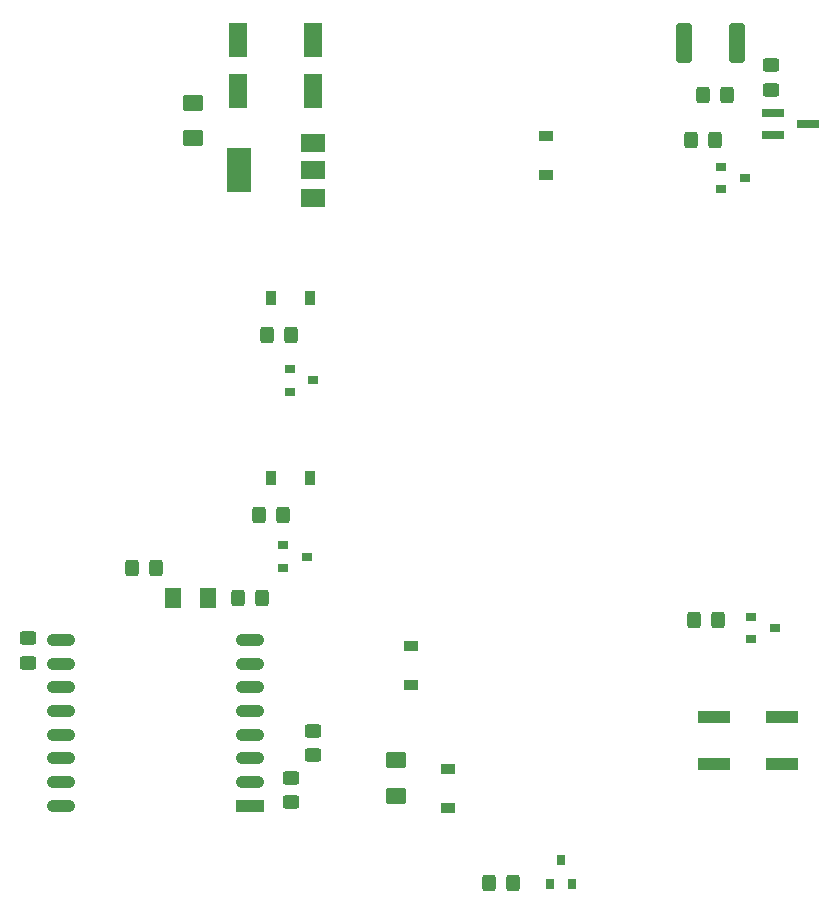
<source format=gbr>
%TF.GenerationSoftware,KiCad,Pcbnew,6.0.4-6f826c9f35~116~ubuntu22.04.1*%
%TF.CreationDate,2022-04-22T21:12:32+02:00*%
%TF.ProjectId,BRAMA,4252414d-412e-46b6-9963-61645f706362,rev?*%
%TF.SameCoordinates,Original*%
%TF.FileFunction,Paste,Top*%
%TF.FilePolarity,Positive*%
%FSLAX46Y46*%
G04 Gerber Fmt 4.6, Leading zero omitted, Abs format (unit mm)*
G04 Created by KiCad (PCBNEW 6.0.4-6f826c9f35~116~ubuntu22.04.1) date 2022-04-22 21:12:32*
%MOMM*%
%LPD*%
G01*
G04 APERTURE LIST*
G04 Aperture macros list*
%AMRoundRect*
0 Rectangle with rounded corners*
0 $1 Rounding radius*
0 $2 $3 $4 $5 $6 $7 $8 $9 X,Y pos of 4 corners*
0 Add a 4 corners polygon primitive as box body*
4,1,4,$2,$3,$4,$5,$6,$7,$8,$9,$2,$3,0*
0 Add four circle primitives for the rounded corners*
1,1,$1+$1,$2,$3*
1,1,$1+$1,$4,$5*
1,1,$1+$1,$6,$7*
1,1,$1+$1,$8,$9*
0 Add four rect primitives between the rounded corners*
20,1,$1+$1,$2,$3,$4,$5,0*
20,1,$1+$1,$4,$5,$6,$7,0*
20,1,$1+$1,$6,$7,$8,$9,0*
20,1,$1+$1,$8,$9,$2,$3,0*%
G04 Aperture macros list end*
%ADD10RoundRect,0.250000X-0.325000X-0.450000X0.325000X-0.450000X0.325000X0.450000X-0.325000X0.450000X0*%
%ADD11RoundRect,0.250000X-0.450000X0.325000X-0.450000X-0.325000X0.450000X-0.325000X0.450000X0.325000X0*%
%ADD12R,1.900000X0.800000*%
%ADD13RoundRect,0.250001X-0.624999X0.462499X-0.624999X-0.462499X0.624999X-0.462499X0.624999X0.462499X0*%
%ADD14R,0.900000X0.800000*%
%ADD15RoundRect,0.250000X-0.400000X-1.450000X0.400000X-1.450000X0.400000X1.450000X-0.400000X1.450000X0*%
%ADD16RoundRect,0.250000X0.325000X0.450000X-0.325000X0.450000X-0.325000X-0.450000X0.325000X-0.450000X0*%
%ADD17R,2.750000X1.000000*%
%ADD18R,2.000000X1.500000*%
%ADD19R,2.000000X3.800000*%
%ADD20R,2.400000X1.100000*%
%ADD21O,2.400000X1.100000*%
%ADD22R,1.600000X3.000000*%
%ADD23R,1.200000X0.900000*%
%ADD24RoundRect,0.250000X0.450000X-0.325000X0.450000X0.325000X-0.450000X0.325000X-0.450000X-0.325000X0*%
%ADD25RoundRect,0.250001X0.462499X0.624999X-0.462499X0.624999X-0.462499X-0.624999X0.462499X-0.624999X0*%
%ADD26R,0.900000X1.200000*%
%ADD27R,0.800000X0.900000*%
%ADD28RoundRect,0.250001X0.624999X-0.462499X0.624999X0.462499X-0.624999X0.462499X-0.624999X-0.462499X0*%
G04 APERTURE END LIST*
D10*
%TO.C,R8*%
X207255000Y-65405000D03*
X209305000Y-65405000D03*
%TD*%
D11*
%TO.C,R2*%
X173355000Y-119380000D03*
X173355000Y-121430000D03*
%TD*%
D12*
%TO.C,Q2*%
X214146000Y-63058000D03*
X214146000Y-64958000D03*
X217146000Y-64008000D03*
%TD*%
D13*
%TO.C,C2*%
X182245000Y-117892500D03*
X182245000Y-120867500D03*
%TD*%
D14*
%TO.C,Q5*%
X172720000Y-99695000D03*
X172720000Y-101595000D03*
X174720000Y-100645000D03*
%TD*%
%TO.C,Q3*%
X209820000Y-67630000D03*
X209820000Y-69530000D03*
X211820000Y-68580000D03*
%TD*%
D15*
%TO.C,F2*%
X206690000Y-57150000D03*
X211140000Y-57150000D03*
%TD*%
D14*
%TO.C,Q4*%
X173260000Y-84775000D03*
X173260000Y-86675000D03*
X175260000Y-85725000D03*
%TD*%
D16*
%TO.C,R1*%
X170960000Y-104140000D03*
X168910000Y-104140000D03*
%TD*%
D17*
%TO.C,SW1*%
X209210000Y-114205000D03*
X214970000Y-114205000D03*
X209210000Y-118205000D03*
X214970000Y-118205000D03*
%TD*%
D18*
%TO.C,U2*%
X175235000Y-70245000D03*
X175235000Y-67945000D03*
D19*
X168935000Y-67945000D03*
D18*
X175235000Y-65645000D03*
%TD*%
D10*
%TO.C,R3*%
X190110000Y-128270000D03*
X192160000Y-128270000D03*
%TD*%
D20*
%TO.C,U1*%
X169925000Y-121710000D03*
D21*
X169925000Y-119710000D03*
X169925000Y-117710000D03*
X169925000Y-115710000D03*
X169925000Y-113710000D03*
X169925000Y-111710000D03*
X169925000Y-109710000D03*
X169925000Y-107710000D03*
X153925000Y-107710000D03*
X153925000Y-109710000D03*
X153925000Y-111710000D03*
X153925000Y-113710000D03*
X153925000Y-115710000D03*
X153925000Y-117710000D03*
X153925000Y-119710000D03*
X153925000Y-121710000D03*
%TD*%
D22*
%TO.C,C4*%
X168910000Y-61255000D03*
X168910000Y-56855000D03*
%TD*%
D11*
%TO.C,R12*%
X213995000Y-59055000D03*
X213995000Y-61105000D03*
%TD*%
D23*
%TO.C,D5*%
X194945000Y-68325000D03*
X194945000Y-65025000D03*
%TD*%
D24*
%TO.C,R5*%
X151130000Y-109610000D03*
X151130000Y-107560000D03*
%TD*%
D25*
%TO.C,C1*%
X166370000Y-104140000D03*
X163395000Y-104140000D03*
%TD*%
D11*
%TO.C,R6*%
X175260000Y-115425000D03*
X175260000Y-117475000D03*
%TD*%
D10*
%TO.C,R9*%
X171305000Y-81915000D03*
X173355000Y-81915000D03*
%TD*%
%TO.C,R10*%
X170670000Y-97155000D03*
X172720000Y-97155000D03*
%TD*%
%TO.C,R11*%
X207500000Y-106045000D03*
X209550000Y-106045000D03*
%TD*%
D26*
%TO.C,D3*%
X171705000Y-93980000D03*
X175005000Y-93980000D03*
%TD*%
D23*
%TO.C,D2*%
X183515000Y-108205000D03*
X183515000Y-111505000D03*
%TD*%
D22*
%TO.C,C3*%
X175260000Y-61255000D03*
X175260000Y-56855000D03*
%TD*%
D10*
%TO.C,R4*%
X208280000Y-61595000D03*
X210330000Y-61595000D03*
%TD*%
D27*
%TO.C,Q1*%
X195265000Y-128365000D03*
X197165000Y-128365000D03*
X196215000Y-126365000D03*
%TD*%
D14*
%TO.C,Q6*%
X212360000Y-105730000D03*
X212360000Y-107630000D03*
X214360000Y-106680000D03*
%TD*%
D16*
%TO.C,R7*%
X161925000Y-101600000D03*
X159875000Y-101600000D03*
%TD*%
D28*
%TO.C,C5*%
X165100000Y-65205000D03*
X165100000Y-62230000D03*
%TD*%
D23*
%TO.C,D1*%
X186690000Y-121920000D03*
X186690000Y-118620000D03*
%TD*%
D26*
%TO.C,D4*%
X175005000Y-78740000D03*
X171705000Y-78740000D03*
%TD*%
M02*

</source>
